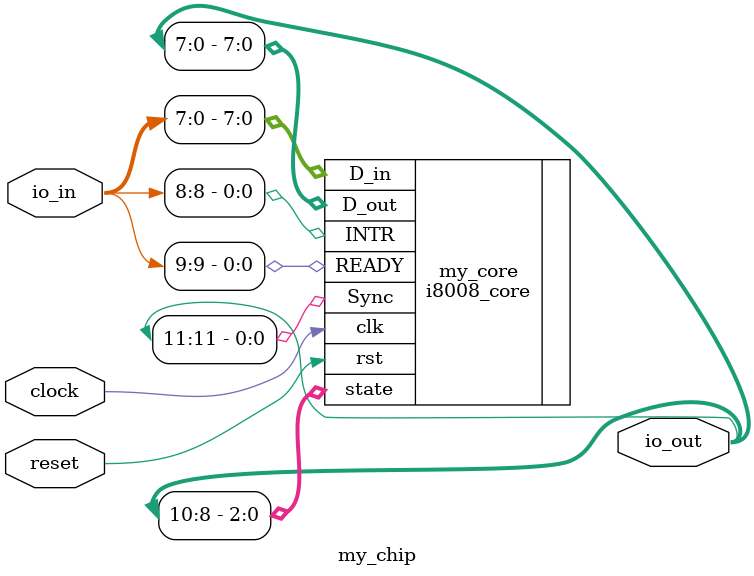
<source format=sv>
`default_nettype none

module my_chip (
    input logic [11:0] io_in, // Inputs to your chip
    output logic [11:0] io_out, // Outputs from your chip
    input logic clock,
    input logic reset // Important: Reset is ACTIVE-HIGH
);
    
    i8008_core my_core (
        .clk(clock),
        .rst(reset),

        .D_in(io_in[7:0]),
        .INTR(io_in[8]),
        .READY(io_in[9]),

        .D_out(io_out[7:0]),
        .state(io_out[10:8]),
        .Sync(io_out[11])
    );

endmodule

</source>
